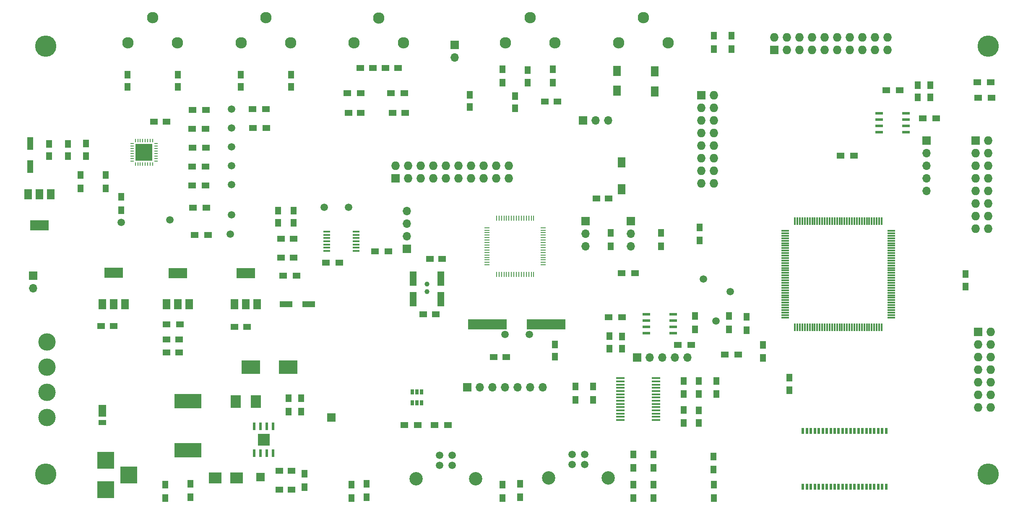
<source format=gbr>
G04 #@! TF.FileFunction,Soldermask,Top*
%FSLAX46Y46*%
G04 Gerber Fmt 4.6, Leading zero omitted, Abs format (unit mm)*
G04 Created by KiCad (PCBNEW 4.0.7-e2-6376~58~ubuntu16.04.1) date Sat Apr  6 13:35:55 2019*
%MOMM*%
%LPD*%
G01*
G04 APERTURE LIST*
%ADD10C,0.100000*%
%ADD11R,1.550000X0.600000*%
%ADD12C,4.300000*%
%ADD13R,1.750000X0.450000*%
%ADD14C,1.500000*%
%ADD15R,3.750000X2.700000*%
%ADD16R,1.727200X1.727200*%
%ADD17O,1.727200X1.727200*%
%ADD18R,1.700000X1.700000*%
%ADD19O,1.700000X1.700000*%
%ADD20R,0.250000X1.000000*%
%ADD21R,1.000000X0.250000*%
%ADD22R,1.430000X2.850000*%
%ADD23R,1.500000X1.250000*%
%ADD24C,1.000000*%
%ADD25R,1.600000X2.000000*%
%ADD26R,1.500000X1.300000*%
%ADD27C,1.520000*%
%ADD28C,2.700000*%
%ADD29R,0.650000X1.060000*%
%ADD30R,7.875000X2.000000*%
%ADD31R,1.250000X1.500000*%
%ADD32R,1.300000X1.500000*%
%ADD33R,0.500000X1.200000*%
%ADD34C,2.300000*%
%ADD35R,0.300000X1.550000*%
%ADD36R,1.550000X0.300000*%
%ADD37R,2.000000X2.500000*%
%ADD38R,2.500000X2.300000*%
%ADD39R,0.600000X1.550000*%
%ADD40R,1.175000X1.175000*%
%ADD41R,5.400040X2.900680*%
%ADD42R,1.500000X2.400000*%
%ADD43R,1.500000X1.050000*%
%ADD44R,3.500000X3.500000*%
%ADD45C,3.500000*%
%ADD46R,3.800000X2.000000*%
%ADD47R,1.500000X2.000000*%
%ADD48R,2.598420X1.198880*%
%ADD49R,2.600960X1.198880*%
%ADD50R,1.450000X0.450000*%
%ADD51R,0.250000X0.700000*%
%ADD52R,0.700000X0.250000*%
%ADD53R,1.725000X1.725000*%
%ADD54R,1.198880X2.598420*%
%ADD55R,1.198880X2.600960*%
G04 APERTURE END LIST*
D10*
D11*
X183802000Y-117602000D03*
X183802000Y-116332000D03*
X183802000Y-115062000D03*
X183802000Y-113792000D03*
X178402000Y-113792000D03*
X178402000Y-115062000D03*
X178402000Y-116332000D03*
X178402000Y-117602000D03*
D12*
X57150000Y-59690000D03*
X57150000Y-146050000D03*
X247396000Y-146050000D03*
D13*
X173140000Y-126678000D03*
X173140000Y-127328000D03*
X173140000Y-127978000D03*
X173140000Y-128628000D03*
X173140000Y-129278000D03*
X173140000Y-129928000D03*
X173140000Y-130578000D03*
X173140000Y-131228000D03*
X173140000Y-131878000D03*
X173140000Y-132528000D03*
X173140000Y-133178000D03*
X173140000Y-133828000D03*
X173140000Y-134478000D03*
X173140000Y-135128000D03*
X180340000Y-135128000D03*
X180340000Y-134478000D03*
X180340000Y-133828000D03*
X180340000Y-133178000D03*
X180340000Y-132528000D03*
X180340000Y-131878000D03*
X180340000Y-131228000D03*
X180340000Y-130578000D03*
X180340000Y-129928000D03*
X180340000Y-129278000D03*
X180340000Y-128628000D03*
X180340000Y-127978000D03*
X180340000Y-127328000D03*
X180340000Y-126678000D03*
D14*
X94361000Y-97663000D03*
D15*
X98552000Y-124460000D03*
X106102000Y-124460000D03*
D16*
X204216000Y-60452000D03*
D17*
X204216000Y-57912000D03*
X206756000Y-60452000D03*
X206756000Y-57912000D03*
X209296000Y-60452000D03*
X209296000Y-57912000D03*
X211836000Y-60452000D03*
X211836000Y-57912000D03*
X214376000Y-60452000D03*
X214376000Y-57912000D03*
X216916000Y-60452000D03*
X216916000Y-57912000D03*
X219456000Y-60452000D03*
X219456000Y-57912000D03*
X221996000Y-60452000D03*
X221996000Y-57912000D03*
X224536000Y-60452000D03*
X224536000Y-57912000D03*
X227076000Y-60452000D03*
X227076000Y-57912000D03*
D16*
X189484000Y-69596000D03*
D17*
X192024000Y-69596000D03*
X189484000Y-72136000D03*
X192024000Y-72136000D03*
X189484000Y-74676000D03*
X192024000Y-74676000D03*
X189484000Y-77216000D03*
X192024000Y-77216000D03*
X189484000Y-79756000D03*
X192024000Y-79756000D03*
X189484000Y-82296000D03*
X192024000Y-82296000D03*
X189484000Y-84836000D03*
X192024000Y-84836000D03*
X189484000Y-87376000D03*
X192024000Y-87376000D03*
D18*
X166116000Y-94996000D03*
D19*
X166116000Y-97536000D03*
X166116000Y-100076000D03*
D20*
X148142000Y-105776000D03*
X148642000Y-105776000D03*
X149142000Y-105776000D03*
X149642000Y-105776000D03*
X150142000Y-105776000D03*
X150642000Y-105776000D03*
X151142000Y-105776000D03*
X151642000Y-105776000D03*
X152142000Y-105776000D03*
X152642000Y-105776000D03*
X153142000Y-105776000D03*
X153642000Y-105776000D03*
X154142000Y-105776000D03*
X154642000Y-105776000D03*
X155142000Y-105776000D03*
X155642000Y-105776000D03*
D21*
X157592000Y-103826000D03*
X157592000Y-103326000D03*
X157592000Y-102826000D03*
X157592000Y-102326000D03*
X157592000Y-101826000D03*
X157592000Y-101326000D03*
X157592000Y-100826000D03*
X157592000Y-100326000D03*
X157592000Y-99826000D03*
X157592000Y-99326000D03*
X157592000Y-98826000D03*
X157592000Y-98326000D03*
X157592000Y-97826000D03*
X157592000Y-97326000D03*
X157592000Y-96826000D03*
X157592000Y-96326000D03*
D20*
X155642000Y-94376000D03*
X155142000Y-94376000D03*
X154642000Y-94376000D03*
X154142000Y-94376000D03*
X153642000Y-94376000D03*
X153142000Y-94376000D03*
X152642000Y-94376000D03*
X152142000Y-94376000D03*
X151642000Y-94376000D03*
X151142000Y-94376000D03*
X150642000Y-94376000D03*
X150142000Y-94376000D03*
X149642000Y-94376000D03*
X149142000Y-94376000D03*
X148642000Y-94376000D03*
X148142000Y-94376000D03*
D21*
X146192000Y-96326000D03*
X146192000Y-96826000D03*
X146192000Y-97326000D03*
X146192000Y-97826000D03*
X146192000Y-98326000D03*
X146192000Y-98826000D03*
X146192000Y-99326000D03*
X146192000Y-99826000D03*
X146192000Y-100326000D03*
X146192000Y-100826000D03*
X146192000Y-101326000D03*
X146192000Y-101826000D03*
X146192000Y-102326000D03*
X146192000Y-102826000D03*
X146192000Y-103326000D03*
X146192000Y-103826000D03*
D18*
X175260000Y-94996000D03*
D19*
X175260000Y-97536000D03*
X175260000Y-100076000D03*
D22*
X136927000Y-106637000D03*
X131297000Y-106637000D03*
X131297000Y-110787000D03*
X136927000Y-110787000D03*
D23*
X135870000Y-113792000D03*
X133370000Y-113792000D03*
X137160000Y-102616000D03*
X134660000Y-102616000D03*
D18*
X130048000Y-100584000D03*
D19*
X130048000Y-98044000D03*
X130048000Y-95504000D03*
X130048000Y-92964000D03*
D24*
X134112000Y-107696000D03*
X134112000Y-109196000D03*
D25*
X173355000Y-88552000D03*
X173355000Y-83152000D03*
D23*
X170775000Y-90424000D03*
X168275000Y-90424000D03*
X150094000Y-122428000D03*
X147594000Y-122428000D03*
D16*
X127762000Y-86360000D03*
D17*
X127762000Y-83820000D03*
X130302000Y-86360000D03*
X130302000Y-83820000D03*
X132842000Y-86360000D03*
X132842000Y-83820000D03*
X135382000Y-86360000D03*
X135382000Y-83820000D03*
X137922000Y-86360000D03*
X137922000Y-83820000D03*
X140462000Y-86360000D03*
X140462000Y-83820000D03*
X143002000Y-86360000D03*
X143002000Y-83820000D03*
X145542000Y-86360000D03*
X145542000Y-83820000D03*
X148082000Y-86360000D03*
X148082000Y-83820000D03*
X150622000Y-86360000D03*
X150622000Y-83820000D03*
D26*
X129540000Y-136144000D03*
X132240000Y-136144000D03*
D27*
X136652000Y-142272000D03*
X139192000Y-142272000D03*
X139192000Y-144272000D03*
X136652000Y-144272000D03*
D28*
X131922000Y-146972000D03*
X143922000Y-146972000D03*
D26*
X135636000Y-136144000D03*
X138336000Y-136144000D03*
D29*
X133030000Y-129456000D03*
X132080000Y-129456000D03*
X131130000Y-129456000D03*
X131130000Y-131656000D03*
X133030000Y-131656000D03*
X132080000Y-131656000D03*
D30*
X146304000Y-115824000D03*
X158179000Y-115824000D03*
D31*
X159893000Y-119888000D03*
X159893000Y-122388000D03*
D18*
X142240000Y-128524000D03*
D19*
X144780000Y-128524000D03*
X147320000Y-128524000D03*
X149860000Y-128524000D03*
X152400000Y-128524000D03*
X154940000Y-128524000D03*
X157480000Y-128524000D03*
D18*
X165608000Y-74676000D03*
D19*
X168148000Y-74676000D03*
X170688000Y-74676000D03*
D32*
X152908000Y-148002000D03*
X152908000Y-150702000D03*
X175768000Y-144780000D03*
X175768000Y-142080000D03*
D14*
X149860000Y-117856000D03*
X154740000Y-117856000D03*
D16*
X245364000Y-117348000D03*
D17*
X247904000Y-117348000D03*
X245364000Y-119888000D03*
X247904000Y-119888000D03*
X245364000Y-122428000D03*
X247904000Y-122428000D03*
X245364000Y-124968000D03*
X247904000Y-124968000D03*
X245364000Y-127508000D03*
X247904000Y-127508000D03*
X245364000Y-130048000D03*
X247904000Y-130048000D03*
X245364000Y-132588000D03*
X247904000Y-132588000D03*
D33*
X209996000Y-148609002D03*
X210796000Y-148609002D03*
X211596000Y-148609002D03*
X212396000Y-148609002D03*
X213196000Y-148609002D03*
X213996000Y-148609002D03*
X214796000Y-148609002D03*
X215596000Y-148609002D03*
X216396000Y-148609002D03*
X217196000Y-148609002D03*
X217996000Y-148609002D03*
X218796000Y-148609002D03*
X220396000Y-148609002D03*
X219596000Y-148609002D03*
X221196000Y-148609002D03*
X221996000Y-148609002D03*
X222796000Y-148609002D03*
X223596000Y-148609002D03*
X224396000Y-148609002D03*
X225196000Y-148609002D03*
X225996000Y-148609002D03*
X226796000Y-148609002D03*
X226796000Y-137309002D03*
X225996000Y-137309002D03*
X225196000Y-137309002D03*
X224396000Y-137309002D03*
X223596000Y-137309002D03*
X222796000Y-137309002D03*
X221996000Y-137309002D03*
X221196000Y-137309002D03*
X219596000Y-137309002D03*
X220396000Y-137309002D03*
X218796000Y-137309002D03*
X217996000Y-137309002D03*
X217196000Y-137309002D03*
X216396000Y-137309002D03*
X215596000Y-137309002D03*
X214796000Y-137309002D03*
X213996000Y-137309002D03*
X213196000Y-137309002D03*
X212396000Y-137309002D03*
X211596000Y-137309002D03*
X210796000Y-137309002D03*
X209996000Y-137309002D03*
D31*
X170942000Y-120737000D03*
X170942000Y-118237000D03*
D32*
X167640000Y-128364000D03*
X167640000Y-131064000D03*
D26*
X170782000Y-114427000D03*
X173482000Y-114427000D03*
D31*
X173482000Y-118277000D03*
X173482000Y-120777000D03*
D32*
X164084000Y-128364000D03*
X164084000Y-131064000D03*
X179832000Y-142080000D03*
X179832000Y-144780000D03*
X179832000Y-150876000D03*
X179832000Y-148176000D03*
D27*
X163418000Y-142112000D03*
X165958000Y-142112000D03*
X165958000Y-144112000D03*
X163418000Y-144112000D03*
D28*
X158688000Y-146812000D03*
X170688000Y-146812000D03*
D32*
X149352000Y-150876000D03*
X149352000Y-148176000D03*
X175768000Y-150876000D03*
X175768000Y-148176000D03*
X198628000Y-117000000D03*
X198628000Y-114300000D03*
X188214000Y-116840000D03*
X188214000Y-114140000D03*
X195072000Y-114140000D03*
X195072000Y-116840000D03*
X185928000Y-129921000D03*
X185928000Y-127221000D03*
X188976000Y-129921000D03*
X188976000Y-127221000D03*
X192532000Y-129921000D03*
X192532000Y-127221000D03*
D26*
X187405000Y-120015000D03*
X184705000Y-120015000D03*
X194230000Y-121920000D03*
X196930000Y-121920000D03*
D31*
X207264000Y-126619000D03*
X207264000Y-129119000D03*
D32*
X191897000Y-142461000D03*
X191897000Y-145161000D03*
D31*
X188976000Y-135723000D03*
X188976000Y-133223000D03*
D32*
X192024000Y-150876000D03*
X192024000Y-148176000D03*
X185928000Y-135763000D03*
X185928000Y-133063000D03*
D31*
X151892000Y-72243000D03*
X151892000Y-69743000D03*
X142748000Y-72009000D03*
X142748000Y-69509000D03*
D32*
X159512000Y-67056000D03*
X159512000Y-64356000D03*
D18*
X139700000Y-59436000D03*
D19*
X139700000Y-61976000D03*
D31*
X154432000Y-64556000D03*
X154432000Y-67056000D03*
D34*
X154940000Y-53975000D03*
X159940000Y-58975000D03*
X149940000Y-58975000D03*
D32*
X149352000Y-67056000D03*
X149352000Y-64356000D03*
D34*
X177800000Y-53975000D03*
X182800000Y-58975000D03*
X172800000Y-58975000D03*
D23*
X160401000Y-70866000D03*
X157901000Y-70866000D03*
D25*
X172466000Y-68675000D03*
X172466000Y-64675000D03*
X180086000Y-68802000D03*
X180086000Y-64802000D03*
D14*
X195326000Y-109220000D03*
D32*
X181356000Y-97376000D03*
X181356000Y-100076000D03*
X171196000Y-97376000D03*
X171196000Y-100076000D03*
D26*
X118030000Y-69215000D03*
X120730000Y-69215000D03*
D23*
X128250000Y-64135000D03*
X125750000Y-64135000D03*
X120670000Y-64135000D03*
X123170000Y-64135000D03*
X118257000Y-73152000D03*
X120757000Y-73152000D03*
X127167000Y-73152000D03*
X129667000Y-73152000D03*
D34*
X124380000Y-54055000D03*
X129380000Y-59055000D03*
X119380000Y-59055000D03*
D26*
X126840000Y-69215000D03*
X129540000Y-69215000D03*
D14*
X192405000Y-115189000D03*
X189865000Y-106680000D03*
D26*
X173355000Y-105537000D03*
X176055000Y-105537000D03*
D32*
X189103000Y-98933000D03*
X189103000Y-96233000D03*
D26*
X217598000Y-81788000D03*
X220298000Y-81788000D03*
D32*
X195580000Y-57578000D03*
X195580000Y-60278000D03*
X192024000Y-57578000D03*
X192024000Y-60278000D03*
D26*
X226822000Y-68580000D03*
X229522000Y-68580000D03*
D11*
X225392000Y-73279000D03*
X225392000Y-74549000D03*
X225392000Y-75819000D03*
X225392000Y-77089000D03*
X230792000Y-77089000D03*
X230792000Y-75819000D03*
X230792000Y-74549000D03*
X230792000Y-73279000D03*
D31*
X242824000Y-108204000D03*
X242824000Y-105704000D03*
D16*
X244856000Y-78740000D03*
D17*
X247396000Y-78740000D03*
X244856000Y-81280000D03*
X247396000Y-81280000D03*
X244856000Y-83820000D03*
X247396000Y-83820000D03*
X244856000Y-86360000D03*
X247396000Y-86360000D03*
X244856000Y-88900000D03*
X247396000Y-88900000D03*
X244856000Y-91440000D03*
X247396000Y-91440000D03*
X244856000Y-93980000D03*
X247396000Y-93980000D03*
X244856000Y-96520000D03*
X247396000Y-96520000D03*
D35*
X225876000Y-94996000D03*
X225376000Y-94996000D03*
X224876000Y-94996000D03*
X224376000Y-94996000D03*
X223876000Y-94996000D03*
X223376000Y-94996000D03*
X222876000Y-94996000D03*
X222376000Y-94996000D03*
X221876000Y-94996000D03*
X221376000Y-94996000D03*
X220876000Y-94996000D03*
X220376000Y-94996000D03*
X219876000Y-94996000D03*
X219376000Y-94996000D03*
X218876000Y-94996000D03*
X218376000Y-94996000D03*
X217876000Y-94996000D03*
X217376000Y-94996000D03*
X216876000Y-94996000D03*
X216376000Y-94996000D03*
X215876000Y-94996000D03*
X215376000Y-94996000D03*
X214876000Y-94996000D03*
X214376000Y-94996000D03*
X213876000Y-94996000D03*
X213376000Y-94996000D03*
X212876000Y-94996000D03*
X212376000Y-94996000D03*
X211876000Y-94996000D03*
X211376000Y-94996000D03*
X210876000Y-94996000D03*
X210376000Y-94996000D03*
X209876000Y-94996000D03*
X209376000Y-94996000D03*
X208876000Y-94996000D03*
X208376000Y-94996000D03*
D36*
X206426000Y-96946000D03*
X206426000Y-97446000D03*
X206426000Y-97946000D03*
X206426000Y-98446000D03*
X206426000Y-98946000D03*
X206426000Y-99446000D03*
X206426000Y-99946000D03*
X206426000Y-100446000D03*
X206426000Y-100946000D03*
X206426000Y-101446000D03*
X206426000Y-101946000D03*
X206426000Y-102446000D03*
X206426000Y-102946000D03*
X206426000Y-103446000D03*
X206426000Y-103946000D03*
X206426000Y-104446000D03*
X206426000Y-104946000D03*
X206426000Y-105446000D03*
X206426000Y-105946000D03*
X206426000Y-106446000D03*
X206426000Y-106946000D03*
X206426000Y-107446000D03*
X206426000Y-107946000D03*
X206426000Y-108446000D03*
X206426000Y-108946000D03*
X206426000Y-109446000D03*
X206426000Y-109946000D03*
X206426000Y-110446000D03*
X206426000Y-110946000D03*
X206426000Y-111446000D03*
X206426000Y-111946000D03*
X206426000Y-112446000D03*
X206426000Y-112946000D03*
X206426000Y-113446000D03*
X206426000Y-113946000D03*
X206426000Y-114446000D03*
D35*
X208376000Y-116396000D03*
X208876000Y-116396000D03*
X209376000Y-116396000D03*
X209876000Y-116396000D03*
X210376000Y-116396000D03*
X210876000Y-116396000D03*
X211376000Y-116396000D03*
X211876000Y-116396000D03*
X212376000Y-116396000D03*
X212876000Y-116396000D03*
X213376000Y-116396000D03*
X213876000Y-116396000D03*
X214376000Y-116396000D03*
X214876000Y-116396000D03*
X215376000Y-116396000D03*
X215876000Y-116396000D03*
X216376000Y-116396000D03*
X216876000Y-116396000D03*
X217376000Y-116396000D03*
X217876000Y-116396000D03*
X218376000Y-116396000D03*
X218876000Y-116396000D03*
X219376000Y-116396000D03*
X219876000Y-116396000D03*
X220376000Y-116396000D03*
X220876000Y-116396000D03*
X221376000Y-116396000D03*
X221876000Y-116396000D03*
X222376000Y-116396000D03*
X222876000Y-116396000D03*
X223376000Y-116396000D03*
X223876000Y-116396000D03*
X224376000Y-116396000D03*
X224876000Y-116396000D03*
X225376000Y-116396000D03*
X225876000Y-116396000D03*
D36*
X227826000Y-114446000D03*
X227826000Y-113946000D03*
X227826000Y-113446000D03*
X227826000Y-112946000D03*
X227826000Y-112446000D03*
X227826000Y-111946000D03*
X227826000Y-111446000D03*
X227826000Y-110946000D03*
X227826000Y-110446000D03*
X227826000Y-109946000D03*
X227826000Y-109446000D03*
X227826000Y-108946000D03*
X227826000Y-108446000D03*
X227826000Y-107946000D03*
X227826000Y-107446000D03*
X227826000Y-106946000D03*
X227826000Y-106446000D03*
X227826000Y-105946000D03*
X227826000Y-105446000D03*
X227826000Y-104946000D03*
X227826000Y-104446000D03*
X227826000Y-103946000D03*
X227826000Y-103446000D03*
X227826000Y-102946000D03*
X227826000Y-102446000D03*
X227826000Y-101946000D03*
X227826000Y-101446000D03*
X227826000Y-100946000D03*
X227826000Y-100446000D03*
X227826000Y-99946000D03*
X227826000Y-99446000D03*
X227826000Y-98946000D03*
X227826000Y-98446000D03*
X227826000Y-97946000D03*
X227826000Y-97446000D03*
X227826000Y-96946000D03*
D26*
X247880998Y-66973001D03*
X245180998Y-66973001D03*
D31*
X233172000Y-70064000D03*
X233172000Y-67564000D03*
X235712000Y-70064000D03*
X235712000Y-67564000D03*
D26*
X248064000Y-70104000D03*
X245364000Y-70104000D03*
X236855000Y-74295000D03*
X234155000Y-74295000D03*
D23*
X104287000Y-145415000D03*
X106787000Y-145415000D03*
D37*
X95536000Y-131445000D03*
X99536000Y-131445000D03*
D32*
X108712000Y-133430000D03*
X108712000Y-130730000D03*
D38*
X91322000Y-146812000D03*
X95622000Y-146812000D03*
D18*
X100457000Y-146685000D03*
X114808000Y-134620000D03*
D32*
X106172000Y-130730000D03*
X106172000Y-133430000D03*
D39*
X99234500Y-141812500D03*
X100504500Y-141812500D03*
X101774500Y-141812500D03*
X103044500Y-141812500D03*
X103044500Y-136412500D03*
X101774500Y-136412500D03*
X100504500Y-136412500D03*
X99234500Y-136412500D03*
D40*
X101727000Y-138525000D03*
X100552000Y-138525000D03*
X101727000Y-139700000D03*
X100552000Y-139700000D03*
D32*
X86360000Y-150702000D03*
X86360000Y-148002000D03*
X81280000Y-150876000D03*
X81280000Y-148176000D03*
D41*
X85852000Y-141224000D03*
X85852000Y-131323080D03*
D42*
X68580000Y-133261000D03*
D43*
X68580000Y-135636000D03*
D44*
X69215000Y-143225000D03*
X69215000Y-149225000D03*
X73915000Y-146225000D03*
D45*
X57404000Y-134620000D03*
X57404000Y-129540000D03*
X57404000Y-124460000D03*
X57404000Y-119380000D03*
D23*
X104287000Y-149225000D03*
X106787000Y-149225000D03*
D32*
X121920000Y-148002000D03*
X121920000Y-150702000D03*
X118872000Y-150876000D03*
X118872000Y-148176000D03*
X109347000Y-145970000D03*
X109347000Y-148670000D03*
D23*
X84054000Y-121539000D03*
X81554000Y-121539000D03*
D26*
X84234000Y-115824000D03*
X81534000Y-115824000D03*
D23*
X84054000Y-118872000D03*
X81554000Y-118872000D03*
X70826000Y-116205000D03*
X68326000Y-116205000D03*
D46*
X83804240Y-105460000D03*
D47*
X83804240Y-111760000D03*
X86104240Y-111760000D03*
X81504240Y-111760000D03*
D46*
X55880000Y-95885000D03*
D47*
X55880000Y-89585000D03*
X53580000Y-89585000D03*
X58180000Y-89585000D03*
D18*
X54610000Y-106045000D03*
D19*
X54610000Y-108585000D03*
D46*
X70866000Y-105435000D03*
D47*
X70866000Y-111735000D03*
X73166000Y-111735000D03*
X68566000Y-111735000D03*
D23*
X97770000Y-116332000D03*
X95270000Y-116332000D03*
D48*
X110236000Y-111760000D03*
D49*
X105633520Y-111760000D03*
D26*
X107729000Y-106045000D03*
X105029000Y-106045000D03*
D46*
X97536000Y-105460000D03*
D47*
X97536000Y-111760000D03*
X99836000Y-111760000D03*
X95236000Y-111760000D03*
D50*
X113890000Y-97110000D03*
X113890000Y-97760000D03*
X113890000Y-98410000D03*
X113890000Y-99060000D03*
X113890000Y-99710000D03*
X113890000Y-100360000D03*
X113890000Y-101010000D03*
X119790000Y-101010000D03*
X119790000Y-100360000D03*
X119790000Y-99710000D03*
X119790000Y-99060000D03*
X119790000Y-98410000D03*
X119790000Y-97760000D03*
X119790000Y-97110000D03*
D31*
X107188000Y-92857000D03*
X107188000Y-95357000D03*
X104013000Y-92857000D03*
X104013000Y-95357000D03*
D23*
X107168000Y-98552000D03*
X104668000Y-98552000D03*
X107168000Y-102362000D03*
X104668000Y-102362000D03*
D14*
X113357000Y-92202000D03*
X118237000Y-92202000D03*
D26*
X89417639Y-87796615D03*
X86717639Y-87796615D03*
X89417639Y-83986615D03*
X86717639Y-83986615D03*
X89497639Y-80176615D03*
X86797639Y-80176615D03*
D14*
X94615000Y-83820000D03*
X94615000Y-80010000D03*
D23*
X79014000Y-74930000D03*
X81514000Y-74930000D03*
D31*
X65278000Y-79375000D03*
X65278000Y-81875000D03*
D51*
X75225000Y-83525000D03*
X75725000Y-83525000D03*
X76225000Y-83525000D03*
X76725000Y-83525000D03*
X77225000Y-83525000D03*
X77725000Y-83525000D03*
X78225000Y-83525000D03*
X78725000Y-83525000D03*
D52*
X79375000Y-82875000D03*
X79375000Y-82375000D03*
X79375000Y-81875000D03*
X79375000Y-81375000D03*
X79375000Y-80875000D03*
X79375000Y-80375000D03*
X79375000Y-79875000D03*
X79375000Y-79375000D03*
D51*
X78725000Y-78725000D03*
X78225000Y-78725000D03*
X77725000Y-78725000D03*
X77225000Y-78725000D03*
X76725000Y-78725000D03*
X76225000Y-78725000D03*
X75725000Y-78725000D03*
X75225000Y-78725000D03*
D52*
X74575000Y-79375000D03*
X74575000Y-79875000D03*
X74575000Y-80375000D03*
X74575000Y-80875000D03*
X74575000Y-81375000D03*
X74575000Y-81875000D03*
X74575000Y-82375000D03*
X74575000Y-82875000D03*
D53*
X77837500Y-80262500D03*
X76112500Y-80262500D03*
X77837500Y-81987500D03*
X76112500Y-81987500D03*
D14*
X82169000Y-94742000D03*
D26*
X89497639Y-72556615D03*
X86797639Y-72556615D03*
X89417639Y-76366615D03*
X86717639Y-76366615D03*
D14*
X94615000Y-72390000D03*
X94615000Y-76200000D03*
D32*
X69215000Y-88425000D03*
X69215000Y-85725000D03*
X72390000Y-92790000D03*
X72390000Y-90090000D03*
D14*
X72390000Y-95250000D03*
D31*
X57785000Y-79395000D03*
X57785000Y-81895000D03*
D32*
X64135000Y-88425000D03*
X64135000Y-85725000D03*
D54*
X53975000Y-79375000D03*
D55*
X53975000Y-83977480D03*
D31*
X61595000Y-79395000D03*
X61595000Y-81895000D03*
D34*
X78740000Y-53975000D03*
X83740000Y-58975000D03*
X73740000Y-58975000D03*
D31*
X83820000Y-67925000D03*
X83820000Y-65425000D03*
X106680000Y-67925000D03*
X106680000Y-65425000D03*
X73660000Y-67925000D03*
X73660000Y-65425000D03*
X96520000Y-67925000D03*
X96520000Y-65425000D03*
D34*
X101600000Y-53975000D03*
X106600000Y-58975000D03*
X96600000Y-58975000D03*
D14*
X94615000Y-87630000D03*
D26*
X89878639Y-97829615D03*
X87178639Y-97829615D03*
D14*
X94615000Y-93726000D03*
D26*
X89568000Y-92329000D03*
X86868000Y-92329000D03*
D12*
X247396000Y-59690000D03*
D26*
X113712000Y-103378000D03*
X116412000Y-103378000D03*
X126318000Y-101092000D03*
X123618000Y-101092000D03*
X101600000Y-72390000D03*
X98900000Y-72390000D03*
X101680000Y-76200000D03*
X98980000Y-76200000D03*
D18*
X234950000Y-78740000D03*
D19*
X234950000Y-81280000D03*
X234950000Y-83820000D03*
X234950000Y-86360000D03*
X234950000Y-88900000D03*
D18*
X176530000Y-122555000D03*
D19*
X179070000Y-122555000D03*
X181610000Y-122555000D03*
X184150000Y-122555000D03*
X186690000Y-122555000D03*
D32*
X201930000Y-119935000D03*
X201930000Y-122635000D03*
M02*

</source>
